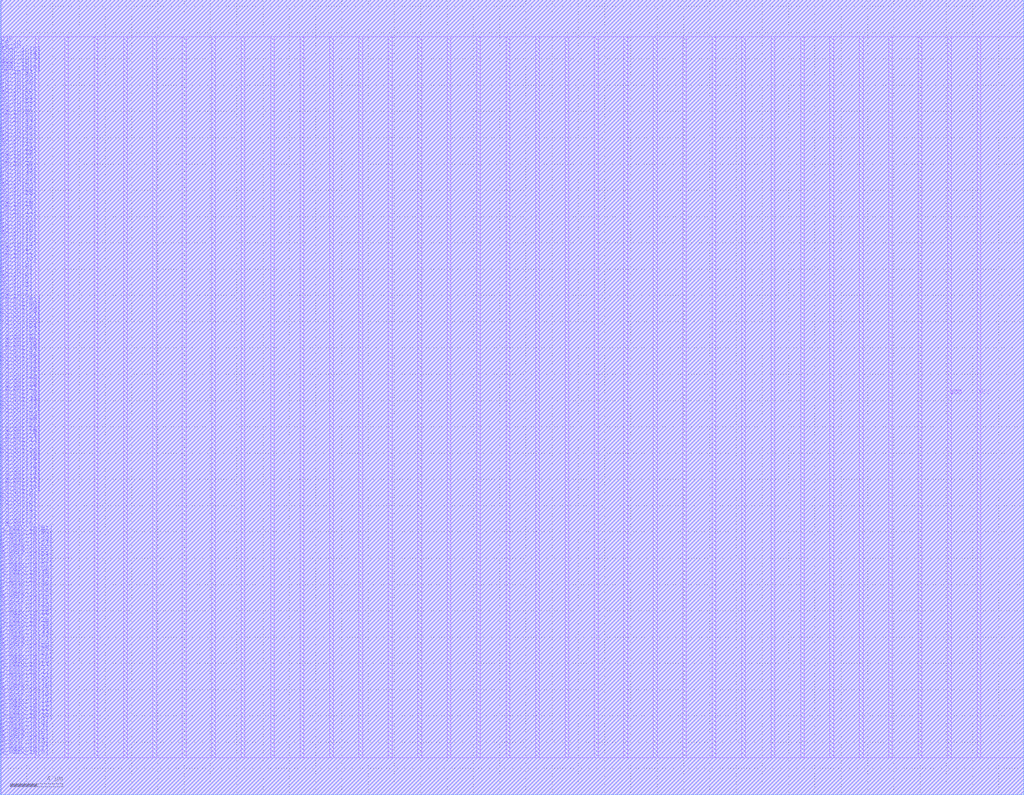
<source format=lef>
VERSION 5.7 ;
BUSBITCHARS "[]" ;
MACRO fakeram45_64x62_upper
  FOREIGN fakeram45_64x62_upper 0 0 ;
  SYMMETRY X Y R90 ;
  SIZE 77.900 BY 60.500 ;
  CLASS BLOCK ;
  PIN w_mask_in[0]
    DIRECTION INPUT ;
    USE SIGNAL ;
    SHAPE ABUTMENT ;
    PORT
      LAYER metal18 ;
      RECT 0.000 2.800 0.070 2.870 ;
    END
  END w_mask_in[0]
  PIN w_mask_in[1]
    DIRECTION INPUT ;
    USE SIGNAL ;
    SHAPE ABUTMENT ;
    PORT
      LAYER metal18 ;
      RECT 0.000 3.080 0.070 3.150 ;
    END
  END w_mask_in[1]
  PIN w_mask_in[2]
    DIRECTION INPUT ;
    USE SIGNAL ;
    SHAPE ABUTMENT ;
    PORT
      LAYER metal18 ;
      RECT 0.000 3.360 0.070 3.430 ;
    END
  END w_mask_in[2]
  PIN w_mask_in[3]
    DIRECTION INPUT ;
    USE SIGNAL ;
    SHAPE ABUTMENT ;
    PORT
      LAYER metal18 ;
      RECT 0.000 3.640 0.070 3.710 ;
    END
  END w_mask_in[3]
  PIN w_mask_in[4]
    DIRECTION INPUT ;
    USE SIGNAL ;
    SHAPE ABUTMENT ;
    PORT
      LAYER metal18 ;
      RECT 0.000 3.920 0.070 3.990 ;
    END
  END w_mask_in[4]
  PIN w_mask_in[5]
    DIRECTION INPUT ;
    USE SIGNAL ;
    SHAPE ABUTMENT ;
    PORT
      LAYER metal18 ;
      RECT 0.000 4.200 0.070 4.270 ;
    END
  END w_mask_in[5]
  PIN w_mask_in[6]
    DIRECTION INPUT ;
    USE SIGNAL ;
    SHAPE ABUTMENT ;
    PORT
      LAYER metal18 ;
      RECT 0.000 4.480 0.070 4.550 ;
    END
  END w_mask_in[6]
  PIN w_mask_in[7]
    DIRECTION INPUT ;
    USE SIGNAL ;
    SHAPE ABUTMENT ;
    PORT
      LAYER metal18 ;
      RECT 0.000 4.760 0.070 4.830 ;
    END
  END w_mask_in[7]
  PIN w_mask_in[8]
    DIRECTION INPUT ;
    USE SIGNAL ;
    SHAPE ABUTMENT ;
    PORT
      LAYER metal18 ;
      RECT 0.000 5.040 0.070 5.110 ;
    END
  END w_mask_in[8]
  PIN w_mask_in[9]
    DIRECTION INPUT ;
    USE SIGNAL ;
    SHAPE ABUTMENT ;
    PORT
      LAYER metal18 ;
      RECT 0.000 5.320 0.070 5.390 ;
    END
  END w_mask_in[9]
  PIN w_mask_in[10]
    DIRECTION INPUT ;
    USE SIGNAL ;
    SHAPE ABUTMENT ;
    PORT
      LAYER metal18 ;
      RECT 0.000 5.600 0.070 5.670 ;
    END
  END w_mask_in[10]
  PIN w_mask_in[11]
    DIRECTION INPUT ;
    USE SIGNAL ;
    SHAPE ABUTMENT ;
    PORT
      LAYER metal18 ;
      RECT 0.000 5.880 0.070 5.950 ;
    END
  END w_mask_in[11]
  PIN w_mask_in[12]
    DIRECTION INPUT ;
    USE SIGNAL ;
    SHAPE ABUTMENT ;
    PORT
      LAYER metal18 ;
      RECT 0.000 6.160 0.070 6.230 ;
    END
  END w_mask_in[12]
  PIN w_mask_in[13]
    DIRECTION INPUT ;
    USE SIGNAL ;
    SHAPE ABUTMENT ;
    PORT
      LAYER metal18 ;
      RECT 0.000 6.440 0.070 6.510 ;
    END
  END w_mask_in[13]
  PIN w_mask_in[14]
    DIRECTION INPUT ;
    USE SIGNAL ;
    SHAPE ABUTMENT ;
    PORT
      LAYER metal18 ;
      RECT 0.000 6.720 0.070 6.790 ;
    END
  END w_mask_in[14]
  PIN w_mask_in[15]
    DIRECTION INPUT ;
    USE SIGNAL ;
    SHAPE ABUTMENT ;
    PORT
      LAYER metal18 ;
      RECT 0.000 7.000 0.070 7.070 ;
    END
  END w_mask_in[15]
  PIN w_mask_in[16]
    DIRECTION INPUT ;
    USE SIGNAL ;
    SHAPE ABUTMENT ;
    PORT
      LAYER metal18 ;
      RECT 0.000 7.280 0.070 7.350 ;
    END
  END w_mask_in[16]
  PIN w_mask_in[17]
    DIRECTION INPUT ;
    USE SIGNAL ;
    SHAPE ABUTMENT ;
    PORT
      LAYER metal18 ;
      RECT 0.000 7.560 0.070 7.630 ;
    END
  END w_mask_in[17]
  PIN w_mask_in[18]
    DIRECTION INPUT ;
    USE SIGNAL ;
    SHAPE ABUTMENT ;
    PORT
      LAYER metal18 ;
      RECT 0.000 7.840 0.070 7.910 ;
    END
  END w_mask_in[18]
  PIN w_mask_in[19]
    DIRECTION INPUT ;
    USE SIGNAL ;
    SHAPE ABUTMENT ;
    PORT
      LAYER metal18 ;
      RECT 0.000 8.120 0.070 8.190 ;
    END
  END w_mask_in[19]
  PIN w_mask_in[20]
    DIRECTION INPUT ;
    USE SIGNAL ;
    SHAPE ABUTMENT ;
    PORT
      LAYER metal18 ;
      RECT 0.000 8.400 0.070 8.470 ;
    END
  END w_mask_in[20]
  PIN w_mask_in[21]
    DIRECTION INPUT ;
    USE SIGNAL ;
    SHAPE ABUTMENT ;
    PORT
      LAYER metal18 ;
      RECT 0.000 8.680 0.070 8.750 ;
    END
  END w_mask_in[21]
  PIN w_mask_in[22]
    DIRECTION INPUT ;
    USE SIGNAL ;
    SHAPE ABUTMENT ;
    PORT
      LAYER metal18 ;
      RECT 0.000 8.960 0.070 9.030 ;
    END
  END w_mask_in[22]
  PIN w_mask_in[23]
    DIRECTION INPUT ;
    USE SIGNAL ;
    SHAPE ABUTMENT ;
    PORT
      LAYER metal18 ;
      RECT 0.000 9.240 0.070 9.310 ;
    END
  END w_mask_in[23]
  PIN w_mask_in[24]
    DIRECTION INPUT ;
    USE SIGNAL ;
    SHAPE ABUTMENT ;
    PORT
      LAYER metal18 ;
      RECT 0.000 9.520 0.070 9.590 ;
    END
  END w_mask_in[24]
  PIN w_mask_in[25]
    DIRECTION INPUT ;
    USE SIGNAL ;
    SHAPE ABUTMENT ;
    PORT
      LAYER metal18 ;
      RECT 0.000 9.800 0.070 9.870 ;
    END
  END w_mask_in[25]
  PIN w_mask_in[26]
    DIRECTION INPUT ;
    USE SIGNAL ;
    SHAPE ABUTMENT ;
    PORT
      LAYER metal18 ;
      RECT 0.000 10.080 0.070 10.150 ;
    END
  END w_mask_in[26]
  PIN w_mask_in[27]
    DIRECTION INPUT ;
    USE SIGNAL ;
    SHAPE ABUTMENT ;
    PORT
      LAYER metal18 ;
      RECT 0.000 10.360 0.070 10.430 ;
    END
  END w_mask_in[27]
  PIN w_mask_in[28]
    DIRECTION INPUT ;
    USE SIGNAL ;
    SHAPE ABUTMENT ;
    PORT
      LAYER metal18 ;
      RECT 0.000 10.640 0.070 10.710 ;
    END
  END w_mask_in[28]
  PIN w_mask_in[29]
    DIRECTION INPUT ;
    USE SIGNAL ;
    SHAPE ABUTMENT ;
    PORT
      LAYER metal18 ;
      RECT 0.000 10.920 0.070 10.990 ;
    END
  END w_mask_in[29]
  PIN w_mask_in[30]
    DIRECTION INPUT ;
    USE SIGNAL ;
    SHAPE ABUTMENT ;
    PORT
      LAYER metal18 ;
      RECT 0.000 11.200 0.070 11.270 ;
    END
  END w_mask_in[30]
  PIN w_mask_in[31]
    DIRECTION INPUT ;
    USE SIGNAL ;
    SHAPE ABUTMENT ;
    PORT
      LAYER metal18 ;
      RECT 0.000 11.480 0.070 11.550 ;
    END
  END w_mask_in[31]
  PIN w_mask_in[32]
    DIRECTION INPUT ;
    USE SIGNAL ;
    SHAPE ABUTMENT ;
    PORT
      LAYER metal18 ;
      RECT 0.000 11.760 0.070 11.830 ;
    END
  END w_mask_in[32]
  PIN w_mask_in[33]
    DIRECTION INPUT ;
    USE SIGNAL ;
    SHAPE ABUTMENT ;
    PORT
      LAYER metal18 ;
      RECT 0.000 12.040 0.070 12.110 ;
    END
  END w_mask_in[33]
  PIN w_mask_in[34]
    DIRECTION INPUT ;
    USE SIGNAL ;
    SHAPE ABUTMENT ;
    PORT
      LAYER metal18 ;
      RECT 0.000 12.320 0.070 12.390 ;
    END
  END w_mask_in[34]
  PIN w_mask_in[35]
    DIRECTION INPUT ;
    USE SIGNAL ;
    SHAPE ABUTMENT ;
    PORT
      LAYER metal18 ;
      RECT 0.000 12.600 0.070 12.670 ;
    END
  END w_mask_in[35]
  PIN w_mask_in[36]
    DIRECTION INPUT ;
    USE SIGNAL ;
    SHAPE ABUTMENT ;
    PORT
      LAYER metal18 ;
      RECT 0.000 12.880 0.070 12.950 ;
    END
  END w_mask_in[36]
  PIN w_mask_in[37]
    DIRECTION INPUT ;
    USE SIGNAL ;
    SHAPE ABUTMENT ;
    PORT
      LAYER metal18 ;
      RECT 0.000 13.160 0.070 13.230 ;
    END
  END w_mask_in[37]
  PIN w_mask_in[38]
    DIRECTION INPUT ;
    USE SIGNAL ;
    SHAPE ABUTMENT ;
    PORT
      LAYER metal18 ;
      RECT 0.000 13.440 0.070 13.510 ;
    END
  END w_mask_in[38]
  PIN w_mask_in[39]
    DIRECTION INPUT ;
    USE SIGNAL ;
    SHAPE ABUTMENT ;
    PORT
      LAYER metal18 ;
      RECT 0.000 13.720 0.070 13.790 ;
    END
  END w_mask_in[39]
  PIN w_mask_in[40]
    DIRECTION INPUT ;
    USE SIGNAL ;
    SHAPE ABUTMENT ;
    PORT
      LAYER metal18 ;
      RECT 0.000 14.000 0.070 14.070 ;
    END
  END w_mask_in[40]
  PIN w_mask_in[41]
    DIRECTION INPUT ;
    USE SIGNAL ;
    SHAPE ABUTMENT ;
    PORT
      LAYER metal18 ;
      RECT 0.000 14.280 0.070 14.350 ;
    END
  END w_mask_in[41]
  PIN w_mask_in[42]
    DIRECTION INPUT ;
    USE SIGNAL ;
    SHAPE ABUTMENT ;
    PORT
      LAYER metal18 ;
      RECT 0.000 14.560 0.070 14.630 ;
    END
  END w_mask_in[42]
  PIN w_mask_in[43]
    DIRECTION INPUT ;
    USE SIGNAL ;
    SHAPE ABUTMENT ;
    PORT
      LAYER metal18 ;
      RECT 0.000 14.840 0.070 14.910 ;
    END
  END w_mask_in[43]
  PIN w_mask_in[44]
    DIRECTION INPUT ;
    USE SIGNAL ;
    SHAPE ABUTMENT ;
    PORT
      LAYER metal18 ;
      RECT 0.000 15.120 0.070 15.190 ;
    END
  END w_mask_in[44]
  PIN w_mask_in[45]
    DIRECTION INPUT ;
    USE SIGNAL ;
    SHAPE ABUTMENT ;
    PORT
      LAYER metal18 ;
      RECT 0.000 15.400 0.070 15.470 ;
    END
  END w_mask_in[45]
  PIN w_mask_in[46]
    DIRECTION INPUT ;
    USE SIGNAL ;
    SHAPE ABUTMENT ;
    PORT
      LAYER metal18 ;
      RECT 0.000 15.680 0.070 15.750 ;
    END
  END w_mask_in[46]
  PIN w_mask_in[47]
    DIRECTION INPUT ;
    USE SIGNAL ;
    SHAPE ABUTMENT ;
    PORT
      LAYER metal18 ;
      RECT 0.000 15.960 0.070 16.030 ;
    END
  END w_mask_in[47]
  PIN w_mask_in[48]
    DIRECTION INPUT ;
    USE SIGNAL ;
    SHAPE ABUTMENT ;
    PORT
      LAYER metal18 ;
      RECT 0.000 16.240 0.070 16.310 ;
    END
  END w_mask_in[48]
  PIN w_mask_in[49]
    DIRECTION INPUT ;
    USE SIGNAL ;
    SHAPE ABUTMENT ;
    PORT
      LAYER metal18 ;
      RECT 0.000 16.520 0.070 16.590 ;
    END
  END w_mask_in[49]
  PIN w_mask_in[50]
    DIRECTION INPUT ;
    USE SIGNAL ;
    SHAPE ABUTMENT ;
    PORT
      LAYER metal18 ;
      RECT 0.000 16.800 0.070 16.870 ;
    END
  END w_mask_in[50]
  PIN w_mask_in[51]
    DIRECTION INPUT ;
    USE SIGNAL ;
    SHAPE ABUTMENT ;
    PORT
      LAYER metal18 ;
      RECT 0.000 17.080 0.070 17.150 ;
    END
  END w_mask_in[51]
  PIN w_mask_in[52]
    DIRECTION INPUT ;
    USE SIGNAL ;
    SHAPE ABUTMENT ;
    PORT
      LAYER metal18 ;
      RECT 0.000 17.360 0.070 17.430 ;
    END
  END w_mask_in[52]
  PIN w_mask_in[53]
    DIRECTION INPUT ;
    USE SIGNAL ;
    SHAPE ABUTMENT ;
    PORT
      LAYER metal18 ;
      RECT 0.000 17.640 0.070 17.710 ;
    END
  END w_mask_in[53]
  PIN w_mask_in[54]
    DIRECTION INPUT ;
    USE SIGNAL ;
    SHAPE ABUTMENT ;
    PORT
      LAYER metal18 ;
      RECT 0.000 17.920 0.070 17.990 ;
    END
  END w_mask_in[54]
  PIN w_mask_in[55]
    DIRECTION INPUT ;
    USE SIGNAL ;
    SHAPE ABUTMENT ;
    PORT
      LAYER metal18 ;
      RECT 0.000 18.200 0.070 18.270 ;
    END
  END w_mask_in[55]
  PIN w_mask_in[56]
    DIRECTION INPUT ;
    USE SIGNAL ;
    SHAPE ABUTMENT ;
    PORT
      LAYER metal18 ;
      RECT 0.000 18.480 0.070 18.550 ;
    END
  END w_mask_in[56]
  PIN w_mask_in[57]
    DIRECTION INPUT ;
    USE SIGNAL ;
    SHAPE ABUTMENT ;
    PORT
      LAYER metal18 ;
      RECT 0.000 18.760 0.070 18.830 ;
    END
  END w_mask_in[57]
  PIN w_mask_in[58]
    DIRECTION INPUT ;
    USE SIGNAL ;
    SHAPE ABUTMENT ;
    PORT
      LAYER metal18 ;
      RECT 0.000 19.040 0.070 19.110 ;
    END
  END w_mask_in[58]
  PIN w_mask_in[59]
    DIRECTION INPUT ;
    USE SIGNAL ;
    SHAPE ABUTMENT ;
    PORT
      LAYER metal18 ;
      RECT 0.000 19.320 0.070 19.390 ;
    END
  END w_mask_in[59]
  PIN w_mask_in[60]
    DIRECTION INPUT ;
    USE SIGNAL ;
    SHAPE ABUTMENT ;
    PORT
      LAYER metal18 ;
      RECT 0.000 19.600 0.070 19.670 ;
    END
  END w_mask_in[60]
  PIN w_mask_in[61]
    DIRECTION INPUT ;
    USE SIGNAL ;
    SHAPE ABUTMENT ;
    PORT
      LAYER metal18 ;
      RECT 0.000 19.880 0.070 19.950 ;
    END
  END w_mask_in[61]
  PIN rd_out[0]
    DIRECTION OUTPUT ;
    USE SIGNAL ;
    SHAPE ABUTMENT ;
    PORT
      LAYER metal18 ;
      RECT 0.000 20.160 0.070 20.230 ;
    END
  END rd_out[0]
  PIN rd_out[1]
    DIRECTION OUTPUT ;
    USE SIGNAL ;
    SHAPE ABUTMENT ;
    PORT
      LAYER metal18 ;
      RECT 0.000 20.440 0.070 20.510 ;
    END
  END rd_out[1]
  PIN rd_out[2]
    DIRECTION OUTPUT ;
    USE SIGNAL ;
    SHAPE ABUTMENT ;
    PORT
      LAYER metal18 ;
      RECT 0.000 20.720 0.070 20.790 ;
    END
  END rd_out[2]
  PIN rd_out[3]
    DIRECTION OUTPUT ;
    USE SIGNAL ;
    SHAPE ABUTMENT ;
    PORT
      LAYER metal18 ;
      RECT 0.000 21.000 0.070 21.070 ;
    END
  END rd_out[3]
  PIN rd_out[4]
    DIRECTION OUTPUT ;
    USE SIGNAL ;
    SHAPE ABUTMENT ;
    PORT
      LAYER metal18 ;
      RECT 0.000 21.280 0.070 21.350 ;
    END
  END rd_out[4]
  PIN rd_out[5]
    DIRECTION OUTPUT ;
    USE SIGNAL ;
    SHAPE ABUTMENT ;
    PORT
      LAYER metal18 ;
      RECT 0.000 21.560 0.070 21.630 ;
    END
  END rd_out[5]
  PIN rd_out[6]
    DIRECTION OUTPUT ;
    USE SIGNAL ;
    SHAPE ABUTMENT ;
    PORT
      LAYER metal18 ;
      RECT 0.000 21.840 0.070 21.910 ;
    END
  END rd_out[6]
  PIN rd_out[7]
    DIRECTION OUTPUT ;
    USE SIGNAL ;
    SHAPE ABUTMENT ;
    PORT
      LAYER metal18 ;
      RECT 0.000 22.120 0.070 22.190 ;
    END
  END rd_out[7]
  PIN rd_out[8]
    DIRECTION OUTPUT ;
    USE SIGNAL ;
    SHAPE ABUTMENT ;
    PORT
      LAYER metal18 ;
      RECT 0.000 22.400 0.070 22.470 ;
    END
  END rd_out[8]
  PIN rd_out[9]
    DIRECTION OUTPUT ;
    USE SIGNAL ;
    SHAPE ABUTMENT ;
    PORT
      LAYER metal18 ;
      RECT 0.000 22.680 0.070 22.750 ;
    END
  END rd_out[9]
  PIN rd_out[10]
    DIRECTION OUTPUT ;
    USE SIGNAL ;
    SHAPE ABUTMENT ;
    PORT
      LAYER metal18 ;
      RECT 0.000 22.960 0.070 23.030 ;
    END
  END rd_out[10]
  PIN rd_out[11]
    DIRECTION OUTPUT ;
    USE SIGNAL ;
    SHAPE ABUTMENT ;
    PORT
      LAYER metal18 ;
      RECT 0.000 23.240 0.070 23.310 ;
    END
  END rd_out[11]
  PIN rd_out[12]
    DIRECTION OUTPUT ;
    USE SIGNAL ;
    SHAPE ABUTMENT ;
    PORT
      LAYER metal18 ;
      RECT 0.000 23.520 0.070 23.590 ;
    END
  END rd_out[12]
  PIN rd_out[13]
    DIRECTION OUTPUT ;
    USE SIGNAL ;
    SHAPE ABUTMENT ;
    PORT
      LAYER metal18 ;
      RECT 0.000 23.800 0.070 23.870 ;
    END
  END rd_out[13]
  PIN rd_out[14]
    DIRECTION OUTPUT ;
    USE SIGNAL ;
    SHAPE ABUTMENT ;
    PORT
      LAYER metal18 ;
      RECT 0.000 24.080 0.070 24.150 ;
    END
  END rd_out[14]
  PIN rd_out[15]
    DIRECTION OUTPUT ;
    USE SIGNAL ;
    SHAPE ABUTMENT ;
    PORT
      LAYER metal18 ;
      RECT 0.000 24.360 0.070 24.430 ;
    END
  END rd_out[15]
  PIN rd_out[16]
    DIRECTION OUTPUT ;
    USE SIGNAL ;
    SHAPE ABUTMENT ;
    PORT
      LAYER metal18 ;
      RECT 0.000 24.640 0.070 24.710 ;
    END
  END rd_out[16]
  PIN rd_out[17]
    DIRECTION OUTPUT ;
    USE SIGNAL ;
    SHAPE ABUTMENT ;
    PORT
      LAYER metal18 ;
      RECT 0.000 24.920 0.070 24.990 ;
    END
  END rd_out[17]
  PIN rd_out[18]
    DIRECTION OUTPUT ;
    USE SIGNAL ;
    SHAPE ABUTMENT ;
    PORT
      LAYER metal18 ;
      RECT 0.000 25.200 0.070 25.270 ;
    END
  END rd_out[18]
  PIN rd_out[19]
    DIRECTION OUTPUT ;
    USE SIGNAL ;
    SHAPE ABUTMENT ;
    PORT
      LAYER metal18 ;
      RECT 0.000 25.480 0.070 25.550 ;
    END
  END rd_out[19]
  PIN rd_out[20]
    DIRECTION OUTPUT ;
    USE SIGNAL ;
    SHAPE ABUTMENT ;
    PORT
      LAYER metal18 ;
      RECT 0.000 25.760 0.070 25.830 ;
    END
  END rd_out[20]
  PIN rd_out[21]
    DIRECTION OUTPUT ;
    USE SIGNAL ;
    SHAPE ABUTMENT ;
    PORT
      LAYER metal18 ;
      RECT 0.000 26.040 0.070 26.110 ;
    END
  END rd_out[21]
  PIN rd_out[22]
    DIRECTION OUTPUT ;
    USE SIGNAL ;
    SHAPE ABUTMENT ;
    PORT
      LAYER metal18 ;
      RECT 0.000 26.320 0.070 26.390 ;
    END
  END rd_out[22]
  PIN rd_out[23]
    DIRECTION OUTPUT ;
    USE SIGNAL ;
    SHAPE ABUTMENT ;
    PORT
      LAYER metal18 ;
      RECT 0.000 26.600 0.070 26.670 ;
    END
  END rd_out[23]
  PIN rd_out[24]
    DIRECTION OUTPUT ;
    USE SIGNAL ;
    SHAPE ABUTMENT ;
    PORT
      LAYER metal18 ;
      RECT 0.000 26.880 0.070 26.950 ;
    END
  END rd_out[24]
  PIN rd_out[25]
    DIRECTION OUTPUT ;
    USE SIGNAL ;
    SHAPE ABUTMENT ;
    PORT
      LAYER metal18 ;
      RECT 0.000 27.160 0.070 27.230 ;
    END
  END rd_out[25]
  PIN rd_out[26]
    DIRECTION OUTPUT ;
    USE SIGNAL ;
    SHAPE ABUTMENT ;
    PORT
      LAYER metal18 ;
      RECT 0.000 27.440 0.070 27.510 ;
    END
  END rd_out[26]
  PIN rd_out[27]
    DIRECTION OUTPUT ;
    USE SIGNAL ;
    SHAPE ABUTMENT ;
    PORT
      LAYER metal18 ;
      RECT 0.000 27.720 0.070 27.790 ;
    END
  END rd_out[27]
  PIN rd_out[28]
    DIRECTION OUTPUT ;
    USE SIGNAL ;
    SHAPE ABUTMENT ;
    PORT
      LAYER metal18 ;
      RECT 0.000 28.000 0.070 28.070 ;
    END
  END rd_out[28]
  PIN rd_out[29]
    DIRECTION OUTPUT ;
    USE SIGNAL ;
    SHAPE ABUTMENT ;
    PORT
      LAYER metal18 ;
      RECT 0.000 28.280 0.070 28.350 ;
    END
  END rd_out[29]
  PIN rd_out[30]
    DIRECTION OUTPUT ;
    USE SIGNAL ;
    SHAPE ABUTMENT ;
    PORT
      LAYER metal18 ;
      RECT 0.000 28.560 0.070 28.630 ;
    END
  END rd_out[30]
  PIN rd_out[31]
    DIRECTION OUTPUT ;
    USE SIGNAL ;
    SHAPE ABUTMENT ;
    PORT
      LAYER metal18 ;
      RECT 0.000 28.840 0.070 28.910 ;
    END
  END rd_out[31]
  PIN rd_out[32]
    DIRECTION OUTPUT ;
    USE SIGNAL ;
    SHAPE ABUTMENT ;
    PORT
      LAYER metal18 ;
      RECT 0.000 29.120 0.070 29.190 ;
    END
  END rd_out[32]
  PIN rd_out[33]
    DIRECTION OUTPUT ;
    USE SIGNAL ;
    SHAPE ABUTMENT ;
    PORT
      LAYER metal18 ;
      RECT 0.000 29.400 0.070 29.470 ;
    END
  END rd_out[33]
  PIN rd_out[34]
    DIRECTION OUTPUT ;
    USE SIGNAL ;
    SHAPE ABUTMENT ;
    PORT
      LAYER metal18 ;
      RECT 0.000 29.680 0.070 29.750 ;
    END
  END rd_out[34]
  PIN rd_out[35]
    DIRECTION OUTPUT ;
    USE SIGNAL ;
    SHAPE ABUTMENT ;
    PORT
      LAYER metal18 ;
      RECT 0.000 29.960 0.070 30.030 ;
    END
  END rd_out[35]
  PIN rd_out[36]
    DIRECTION OUTPUT ;
    USE SIGNAL ;
    SHAPE ABUTMENT ;
    PORT
      LAYER metal18 ;
      RECT 0.000 30.240 0.070 30.310 ;
    END
  END rd_out[36]
  PIN rd_out[37]
    DIRECTION OUTPUT ;
    USE SIGNAL ;
    SHAPE ABUTMENT ;
    PORT
      LAYER metal18 ;
      RECT 0.000 30.520 0.070 30.590 ;
    END
  END rd_out[37]
  PIN rd_out[38]
    DIRECTION OUTPUT ;
    USE SIGNAL ;
    SHAPE ABUTMENT ;
    PORT
      LAYER metal18 ;
      RECT 0.000 30.800 0.070 30.870 ;
    END
  END rd_out[38]
  PIN rd_out[39]
    DIRECTION OUTPUT ;
    USE SIGNAL ;
    SHAPE ABUTMENT ;
    PORT
      LAYER metal18 ;
      RECT 0.000 31.080 0.070 31.150 ;
    END
  END rd_out[39]
  PIN rd_out[40]
    DIRECTION OUTPUT ;
    USE SIGNAL ;
    SHAPE ABUTMENT ;
    PORT
      LAYER metal18 ;
      RECT 0.000 31.360 0.070 31.430 ;
    END
  END rd_out[40]
  PIN rd_out[41]
    DIRECTION OUTPUT ;
    USE SIGNAL ;
    SHAPE ABUTMENT ;
    PORT
      LAYER metal18 ;
      RECT 0.000 31.640 0.070 31.710 ;
    END
  END rd_out[41]
  PIN rd_out[42]
    DIRECTION OUTPUT ;
    USE SIGNAL ;
    SHAPE ABUTMENT ;
    PORT
      LAYER metal18 ;
      RECT 0.000 31.920 0.070 31.990 ;
    END
  END rd_out[42]
  PIN rd_out[43]
    DIRECTION OUTPUT ;
    USE SIGNAL ;
    SHAPE ABUTMENT ;
    PORT
      LAYER metal18 ;
      RECT 0.000 32.200 0.070 32.270 ;
    END
  END rd_out[43]
  PIN rd_out[44]
    DIRECTION OUTPUT ;
    USE SIGNAL ;
    SHAPE ABUTMENT ;
    PORT
      LAYER metal18 ;
      RECT 0.000 32.480 0.070 32.550 ;
    END
  END rd_out[44]
  PIN rd_out[45]
    DIRECTION OUTPUT ;
    USE SIGNAL ;
    SHAPE ABUTMENT ;
    PORT
      LAYER metal18 ;
      RECT 0.000 32.760 0.070 32.830 ;
    END
  END rd_out[45]
  PIN rd_out[46]
    DIRECTION OUTPUT ;
    USE SIGNAL ;
    SHAPE ABUTMENT ;
    PORT
      LAYER metal18 ;
      RECT 0.000 33.040 0.070 33.110 ;
    END
  END rd_out[46]
  PIN rd_out[47]
    DIRECTION OUTPUT ;
    USE SIGNAL ;
    SHAPE ABUTMENT ;
    PORT
      LAYER metal18 ;
      RECT 0.000 33.320 0.070 33.390 ;
    END
  END rd_out[47]
  PIN rd_out[48]
    DIRECTION OUTPUT ;
    USE SIGNAL ;
    SHAPE ABUTMENT ;
    PORT
      LAYER metal18 ;
      RECT 0.000 33.600 0.070 33.670 ;
    END
  END rd_out[48]
  PIN rd_out[49]
    DIRECTION OUTPUT ;
    USE SIGNAL ;
    SHAPE ABUTMENT ;
    PORT
      LAYER metal18 ;
      RECT 0.000 33.880 0.070 33.950 ;
    END
  END rd_out[49]
  PIN rd_out[50]
    DIRECTION OUTPUT ;
    USE SIGNAL ;
    SHAPE ABUTMENT ;
    PORT
      LAYER metal18 ;
      RECT 0.000 34.160 0.070 34.230 ;
    END
  END rd_out[50]
  PIN rd_out[51]
    DIRECTION OUTPUT ;
    USE SIGNAL ;
    SHAPE ABUTMENT ;
    PORT
      LAYER metal18 ;
      RECT 0.000 34.440 0.070 34.510 ;
    END
  END rd_out[51]
  PIN rd_out[52]
    DIRECTION OUTPUT ;
    USE SIGNAL ;
    SHAPE ABUTMENT ;
    PORT
      LAYER metal18 ;
      RECT 0.000 34.720 0.070 34.790 ;
    END
  END rd_out[52]
  PIN rd_out[53]
    DIRECTION OUTPUT ;
    USE SIGNAL ;
    SHAPE ABUTMENT ;
    PORT
      LAYER metal18 ;
      RECT 0.000 35.000 0.070 35.070 ;
    END
  END rd_out[53]
  PIN rd_out[54]
    DIRECTION OUTPUT ;
    USE SIGNAL ;
    SHAPE ABUTMENT ;
    PORT
      LAYER metal18 ;
      RECT 0.000 35.280 0.070 35.350 ;
    END
  END rd_out[54]
  PIN rd_out[55]
    DIRECTION OUTPUT ;
    USE SIGNAL ;
    SHAPE ABUTMENT ;
    PORT
      LAYER metal18 ;
      RECT 0.000 35.560 0.070 35.630 ;
    END
  END rd_out[55]
  PIN rd_out[56]
    DIRECTION OUTPUT ;
    USE SIGNAL ;
    SHAPE ABUTMENT ;
    PORT
      LAYER metal18 ;
      RECT 0.000 35.840 0.070 35.910 ;
    END
  END rd_out[56]
  PIN rd_out[57]
    DIRECTION OUTPUT ;
    USE SIGNAL ;
    SHAPE ABUTMENT ;
    PORT
      LAYER metal18 ;
      RECT 0.000 36.120 0.070 36.190 ;
    END
  END rd_out[57]
  PIN rd_out[58]
    DIRECTION OUTPUT ;
    USE SIGNAL ;
    SHAPE ABUTMENT ;
    PORT
      LAYER metal18 ;
      RECT 0.000 36.400 0.070 36.470 ;
    END
  END rd_out[58]
  PIN rd_out[59]
    DIRECTION OUTPUT ;
    USE SIGNAL ;
    SHAPE ABUTMENT ;
    PORT
      LAYER metal18 ;
      RECT 0.000 36.680 0.070 36.750 ;
    END
  END rd_out[59]
  PIN rd_out[60]
    DIRECTION OUTPUT ;
    USE SIGNAL ;
    SHAPE ABUTMENT ;
    PORT
      LAYER metal18 ;
      RECT 0.000 36.960 0.070 37.030 ;
    END
  END rd_out[60]
  PIN rd_out[61]
    DIRECTION OUTPUT ;
    USE SIGNAL ;
    SHAPE ABUTMENT ;
    PORT
      LAYER metal18 ;
      RECT 0.000 37.240 0.070 37.310 ;
    END
  END rd_out[61]
  PIN wd_in[0]
    DIRECTION INPUT ;
    USE SIGNAL ;
    SHAPE ABUTMENT ;
    PORT
      LAYER metal18 ;
      RECT 0.000 37.520 0.070 37.590 ;
    END
  END wd_in[0]
  PIN wd_in[1]
    DIRECTION INPUT ;
    USE SIGNAL ;
    SHAPE ABUTMENT ;
    PORT
      LAYER metal18 ;
      RECT 0.000 37.800 0.070 37.870 ;
    END
  END wd_in[1]
  PIN wd_in[2]
    DIRECTION INPUT ;
    USE SIGNAL ;
    SHAPE ABUTMENT ;
    PORT
      LAYER metal18 ;
      RECT 0.000 38.080 0.070 38.150 ;
    END
  END wd_in[2]
  PIN wd_in[3]
    DIRECTION INPUT ;
    USE SIGNAL ;
    SHAPE ABUTMENT ;
    PORT
      LAYER metal18 ;
      RECT 0.000 38.360 0.070 38.430 ;
    END
  END wd_in[3]
  PIN wd_in[4]
    DIRECTION INPUT ;
    USE SIGNAL ;
    SHAPE ABUTMENT ;
    PORT
      LAYER metal18 ;
      RECT 0.000 38.640 0.070 38.710 ;
    END
  END wd_in[4]
  PIN wd_in[5]
    DIRECTION INPUT ;
    USE SIGNAL ;
    SHAPE ABUTMENT ;
    PORT
      LAYER metal18 ;
      RECT 0.000 38.920 0.070 38.990 ;
    END
  END wd_in[5]
  PIN wd_in[6]
    DIRECTION INPUT ;
    USE SIGNAL ;
    SHAPE ABUTMENT ;
    PORT
      LAYER metal18 ;
      RECT 0.000 39.200 0.070 39.270 ;
    END
  END wd_in[6]
  PIN wd_in[7]
    DIRECTION INPUT ;
    USE SIGNAL ;
    SHAPE ABUTMENT ;
    PORT
      LAYER metal18 ;
      RECT 0.000 39.480 0.070 39.550 ;
    END
  END wd_in[7]
  PIN wd_in[8]
    DIRECTION INPUT ;
    USE SIGNAL ;
    SHAPE ABUTMENT ;
    PORT
      LAYER metal18 ;
      RECT 0.000 39.760 0.070 39.830 ;
    END
  END wd_in[8]
  PIN wd_in[9]
    DIRECTION INPUT ;
    USE SIGNAL ;
    SHAPE ABUTMENT ;
    PORT
      LAYER metal18 ;
      RECT 0.000 40.040 0.070 40.110 ;
    END
  END wd_in[9]
  PIN wd_in[10]
    DIRECTION INPUT ;
    USE SIGNAL ;
    SHAPE ABUTMENT ;
    PORT
      LAYER metal18 ;
      RECT 0.000 40.320 0.070 40.390 ;
    END
  END wd_in[10]
  PIN wd_in[11]
    DIRECTION INPUT ;
    USE SIGNAL ;
    SHAPE ABUTMENT ;
    PORT
      LAYER metal18 ;
      RECT 0.000 40.600 0.070 40.670 ;
    END
  END wd_in[11]
  PIN wd_in[12]
    DIRECTION INPUT ;
    USE SIGNAL ;
    SHAPE ABUTMENT ;
    PORT
      LAYER metal18 ;
      RECT 0.000 40.880 0.070 40.950 ;
    END
  END wd_in[12]
  PIN wd_in[13]
    DIRECTION INPUT ;
    USE SIGNAL ;
    SHAPE ABUTMENT ;
    PORT
      LAYER metal18 ;
      RECT 0.000 41.160 0.070 41.230 ;
    END
  END wd_in[13]
  PIN wd_in[14]
    DIRECTION INPUT ;
    USE SIGNAL ;
    SHAPE ABUTMENT ;
    PORT
      LAYER metal18 ;
      RECT 0.000 41.440 0.070 41.510 ;
    END
  END wd_in[14]
  PIN wd_in[15]
    DIRECTION INPUT ;
    USE SIGNAL ;
    SHAPE ABUTMENT ;
    PORT
      LAYER metal18 ;
      RECT 0.000 41.720 0.070 41.790 ;
    END
  END wd_in[15]
  PIN wd_in[16]
    DIRECTION INPUT ;
    USE SIGNAL ;
    SHAPE ABUTMENT ;
    PORT
      LAYER metal18 ;
      RECT 0.000 42.000 0.070 42.070 ;
    END
  END wd_in[16]
  PIN wd_in[17]
    DIRECTION INPUT ;
    USE SIGNAL ;
    SHAPE ABUTMENT ;
    PORT
      LAYER metal18 ;
      RECT 0.000 42.280 0.070 42.350 ;
    END
  END wd_in[17]
  PIN wd_in[18]
    DIRECTION INPUT ;
    USE SIGNAL ;
    SHAPE ABUTMENT ;
    PORT
      LAYER metal18 ;
      RECT 0.000 42.560 0.070 42.630 ;
    END
  END wd_in[18]
  PIN wd_in[19]
    DIRECTION INPUT ;
    USE SIGNAL ;
    SHAPE ABUTMENT ;
    PORT
      LAYER metal18 ;
      RECT 0.000 42.840 0.070 42.910 ;
    END
  END wd_in[19]
  PIN wd_in[20]
    DIRECTION INPUT ;
    USE SIGNAL ;
    SHAPE ABUTMENT ;
    PORT
      LAYER metal18 ;
      RECT 0.000 43.120 0.070 43.190 ;
    END
  END wd_in[20]
  PIN wd_in[21]
    DIRECTION INPUT ;
    USE SIGNAL ;
    SHAPE ABUTMENT ;
    PORT
      LAYER metal18 ;
      RECT 0.000 43.400 0.070 43.470 ;
    END
  END wd_in[21]
  PIN wd_in[22]
    DIRECTION INPUT ;
    USE SIGNAL ;
    SHAPE ABUTMENT ;
    PORT
      LAYER metal18 ;
      RECT 0.000 43.680 0.070 43.750 ;
    END
  END wd_in[22]
  PIN wd_in[23]
    DIRECTION INPUT ;
    USE SIGNAL ;
    SHAPE ABUTMENT ;
    PORT
      LAYER metal18 ;
      RECT 0.000 43.960 0.070 44.030 ;
    END
  END wd_in[23]
  PIN wd_in[24]
    DIRECTION INPUT ;
    USE SIGNAL ;
    SHAPE ABUTMENT ;
    PORT
      LAYER metal18 ;
      RECT 0.000 44.240 0.070 44.310 ;
    END
  END wd_in[24]
  PIN wd_in[25]
    DIRECTION INPUT ;
    USE SIGNAL ;
    SHAPE ABUTMENT ;
    PORT
      LAYER metal18 ;
      RECT 0.000 44.520 0.070 44.590 ;
    END
  END wd_in[25]
  PIN wd_in[26]
    DIRECTION INPUT ;
    USE SIGNAL ;
    SHAPE ABUTMENT ;
    PORT
      LAYER metal18 ;
      RECT 0.000 44.800 0.070 44.870 ;
    END
  END wd_in[26]
  PIN wd_in[27]
    DIRECTION INPUT ;
    USE SIGNAL ;
    SHAPE ABUTMENT ;
    PORT
      LAYER metal18 ;
      RECT 0.000 45.080 0.070 45.150 ;
    END
  END wd_in[27]
  PIN wd_in[28]
    DIRECTION INPUT ;
    USE SIGNAL ;
    SHAPE ABUTMENT ;
    PORT
      LAYER metal18 ;
      RECT 0.000 45.360 0.070 45.430 ;
    END
  END wd_in[28]
  PIN wd_in[29]
    DIRECTION INPUT ;
    USE SIGNAL ;
    SHAPE ABUTMENT ;
    PORT
      LAYER metal18 ;
      RECT 0.000 45.640 0.070 45.710 ;
    END
  END wd_in[29]
  PIN wd_in[30]
    DIRECTION INPUT ;
    USE SIGNAL ;
    SHAPE ABUTMENT ;
    PORT
      LAYER metal18 ;
      RECT 0.000 45.920 0.070 45.990 ;
    END
  END wd_in[30]
  PIN wd_in[31]
    DIRECTION INPUT ;
    USE SIGNAL ;
    SHAPE ABUTMENT ;
    PORT
      LAYER metal18 ;
      RECT 0.000 46.200 0.070 46.270 ;
    END
  END wd_in[31]
  PIN wd_in[32]
    DIRECTION INPUT ;
    USE SIGNAL ;
    SHAPE ABUTMENT ;
    PORT
      LAYER metal18 ;
      RECT 0.000 46.480 0.070 46.550 ;
    END
  END wd_in[32]
  PIN wd_in[33]
    DIRECTION INPUT ;
    USE SIGNAL ;
    SHAPE ABUTMENT ;
    PORT
      LAYER metal18 ;
      RECT 0.000 46.760 0.070 46.830 ;
    END
  END wd_in[33]
  PIN wd_in[34]
    DIRECTION INPUT ;
    USE SIGNAL ;
    SHAPE ABUTMENT ;
    PORT
      LAYER metal18 ;
      RECT 0.000 47.040 0.070 47.110 ;
    END
  END wd_in[34]
  PIN wd_in[35]
    DIRECTION INPUT ;
    USE SIGNAL ;
    SHAPE ABUTMENT ;
    PORT
      LAYER metal18 ;
      RECT 0.000 47.320 0.070 47.390 ;
    END
  END wd_in[35]
  PIN wd_in[36]
    DIRECTION INPUT ;
    USE SIGNAL ;
    SHAPE ABUTMENT ;
    PORT
      LAYER metal18 ;
      RECT 0.000 47.600 0.070 47.670 ;
    END
  END wd_in[36]
  PIN wd_in[37]
    DIRECTION INPUT ;
    USE SIGNAL ;
    SHAPE ABUTMENT ;
    PORT
      LAYER metal18 ;
      RECT 0.000 47.880 0.070 47.950 ;
    END
  END wd_in[37]
  PIN wd_in[38]
    DIRECTION INPUT ;
    USE SIGNAL ;
    SHAPE ABUTMENT ;
    PORT
      LAYER metal18 ;
      RECT 0.000 48.160 0.070 48.230 ;
    END
  END wd_in[38]
  PIN wd_in[39]
    DIRECTION INPUT ;
    USE SIGNAL ;
    SHAPE ABUTMENT ;
    PORT
      LAYER metal18 ;
      RECT 0.000 48.440 0.070 48.510 ;
    END
  END wd_in[39]
  PIN wd_in[40]
    DIRECTION INPUT ;
    USE SIGNAL ;
    SHAPE ABUTMENT ;
    PORT
      LAYER metal18 ;
      RECT 0.000 48.720 0.070 48.790 ;
    END
  END wd_in[40]
  PIN wd_in[41]
    DIRECTION INPUT ;
    USE SIGNAL ;
    SHAPE ABUTMENT ;
    PORT
      LAYER metal18 ;
      RECT 0.000 49.000 0.070 49.070 ;
    END
  END wd_in[41]
  PIN wd_in[42]
    DIRECTION INPUT ;
    USE SIGNAL ;
    SHAPE ABUTMENT ;
    PORT
      LAYER metal18 ;
      RECT 0.000 49.280 0.070 49.350 ;
    END
  END wd_in[42]
  PIN wd_in[43]
    DIRECTION INPUT ;
    USE SIGNAL ;
    SHAPE ABUTMENT ;
    PORT
      LAYER metal18 ;
      RECT 0.000 49.560 0.070 49.630 ;
    END
  END wd_in[43]
  PIN wd_in[44]
    DIRECTION INPUT ;
    USE SIGNAL ;
    SHAPE ABUTMENT ;
    PORT
      LAYER metal18 ;
      RECT 0.000 49.840 0.070 49.910 ;
    END
  END wd_in[44]
  PIN wd_in[45]
    DIRECTION INPUT ;
    USE SIGNAL ;
    SHAPE ABUTMENT ;
    PORT
      LAYER metal18 ;
      RECT 0.000 50.120 0.070 50.190 ;
    END
  END wd_in[45]
  PIN wd_in[46]
    DIRECTION INPUT ;
    USE SIGNAL ;
    SHAPE ABUTMENT ;
    PORT
      LAYER metal18 ;
      RECT 0.000 50.400 0.070 50.470 ;
    END
  END wd_in[46]
  PIN wd_in[47]
    DIRECTION INPUT ;
    USE SIGNAL ;
    SHAPE ABUTMENT ;
    PORT
      LAYER metal18 ;
      RECT 0.000 50.680 0.070 50.750 ;
    END
  END wd_in[47]
  PIN wd_in[48]
    DIRECTION INPUT ;
    USE SIGNAL ;
    SHAPE ABUTMENT ;
    PORT
      LAYER metal18 ;
      RECT 0.000 50.960 0.070 51.030 ;
    END
  END wd_in[48]
  PIN wd_in[49]
    DIRECTION INPUT ;
    USE SIGNAL ;
    SHAPE ABUTMENT ;
    PORT
      LAYER metal18 ;
      RECT 0.000 51.240 0.070 51.310 ;
    END
  END wd_in[49]
  PIN wd_in[50]
    DIRECTION INPUT ;
    USE SIGNAL ;
    SHAPE ABUTMENT ;
    PORT
      LAYER metal18 ;
      RECT 0.000 51.520 0.070 51.590 ;
    END
  END wd_in[50]
  PIN wd_in[51]
    DIRECTION INPUT ;
    USE SIGNAL ;
    SHAPE ABUTMENT ;
    PORT
      LAYER metal18 ;
      RECT 0.000 51.800 0.070 51.870 ;
    END
  END wd_in[51]
  PIN wd_in[52]
    DIRECTION INPUT ;
    USE SIGNAL ;
    SHAPE ABUTMENT ;
    PORT
      LAYER metal18 ;
      RECT 0.000 52.080 0.070 52.150 ;
    END
  END wd_in[52]
  PIN wd_in[53]
    DIRECTION INPUT ;
    USE SIGNAL ;
    SHAPE ABUTMENT ;
    PORT
      LAYER metal18 ;
      RECT 0.000 52.360 0.070 52.430 ;
    END
  END wd_in[53]
  PIN wd_in[54]
    DIRECTION INPUT ;
    USE SIGNAL ;
    SHAPE ABUTMENT ;
    PORT
      LAYER metal18 ;
      RECT 0.000 52.640 0.070 52.710 ;
    END
  END wd_in[54]
  PIN wd_in[55]
    DIRECTION INPUT ;
    USE SIGNAL ;
    SHAPE ABUTMENT ;
    PORT
      LAYER metal18 ;
      RECT 0.000 52.920 0.070 52.990 ;
    END
  END wd_in[55]
  PIN wd_in[56]
    DIRECTION INPUT ;
    USE SIGNAL ;
    SHAPE ABUTMENT ;
    PORT
      LAYER metal18 ;
      RECT 0.000 53.200 0.070 53.270 ;
    END
  END wd_in[56]
  PIN wd_in[57]
    DIRECTION INPUT ;
    USE SIGNAL ;
    SHAPE ABUTMENT ;
    PORT
      LAYER metal18 ;
      RECT 0.000 53.480 0.070 53.550 ;
    END
  END wd_in[57]
  PIN wd_in[58]
    DIRECTION INPUT ;
    USE SIGNAL ;
    SHAPE ABUTMENT ;
    PORT
      LAYER metal18 ;
      RECT 0.000 53.760 0.070 53.830 ;
    END
  END wd_in[58]
  PIN wd_in[59]
    DIRECTION INPUT ;
    USE SIGNAL ;
    SHAPE ABUTMENT ;
    PORT
      LAYER metal18 ;
      RECT 0.000 54.040 0.070 54.110 ;
    END
  END wd_in[59]
  PIN wd_in[60]
    DIRECTION INPUT ;
    USE SIGNAL ;
    SHAPE ABUTMENT ;
    PORT
      LAYER metal18 ;
      RECT 0.000 54.320 0.070 54.390 ;
    END
  END wd_in[60]
  PIN wd_in[61]
    DIRECTION INPUT ;
    USE SIGNAL ;
    SHAPE ABUTMENT ;
    PORT
      LAYER metal18 ;
      RECT 0.000 54.600 0.070 54.670 ;
    END
  END wd_in[61]
  PIN addr_in[0]
    DIRECTION INPUT ;
    USE SIGNAL ;
    SHAPE ABUTMENT ;
    PORT
      LAYER metal18 ;
      RECT 0.000 54.880 0.070 54.950 ;
    END
  END addr_in[0]
  PIN addr_in[1]
    DIRECTION INPUT ;
    USE SIGNAL ;
    SHAPE ABUTMENT ;
    PORT
      LAYER metal18 ;
      RECT 0.000 55.160 0.070 55.230 ;
    END
  END addr_in[1]
  PIN addr_in[2]
    DIRECTION INPUT ;
    USE SIGNAL ;
    SHAPE ABUTMENT ;
    PORT
      LAYER metal18 ;
      RECT 0.000 55.440 0.070 55.510 ;
    END
  END addr_in[2]
  PIN addr_in[3]
    DIRECTION INPUT ;
    USE SIGNAL ;
    SHAPE ABUTMENT ;
    PORT
      LAYER metal18 ;
      RECT 0.000 55.720 0.070 55.790 ;
    END
  END addr_in[3]
  PIN addr_in[4]
    DIRECTION INPUT ;
    USE SIGNAL ;
    SHAPE ABUTMENT ;
    PORT
      LAYER metal18 ;
      RECT 0.000 56.000 0.070 56.070 ;
    END
  END addr_in[4]
  PIN addr_in[5]
    DIRECTION INPUT ;
    USE SIGNAL ;
    SHAPE ABUTMENT ;
    PORT
      LAYER metal18 ;
      RECT 0.000 56.280 0.070 56.350 ;
    END
  END addr_in[5]
  PIN we_in
    DIRECTION INPUT ;
    USE SIGNAL ;
    SHAPE ABUTMENT ;
    PORT
      LAYER metal18 ;
      RECT 0.000 56.560 0.070 56.630 ;
    END
  END we_in
  PIN ce_in
    DIRECTION INPUT ;
    USE SIGNAL ;
    SHAPE ABUTMENT ;
    PORT
      LAYER metal18 ;
      RECT 0.000 56.840 0.070 56.910 ;
    END
  END ce_in
  PIN clk
    DIRECTION INPUT ;
    USE SIGNAL ;
    SHAPE ABUTMENT ;
    PORT
      LAYER metal18 ;
      RECT 0.000 57.120 0.070 57.190 ;
    END
  END clk
  PIN VSS
    DIRECTION INOUT ;
    USE GROUND ;
    PORT
      LAYER metal17 ;
      RECT 2.660 2.800 2.940 57.700 ;
      RECT 7.140 2.800 7.420 57.700 ;
      RECT 11.620 2.800 11.900 57.700 ;
      RECT 16.100 2.800 16.380 57.700 ;
      RECT 20.580 2.800 20.860 57.700 ;
      RECT 25.060 2.800 25.340 57.700 ;
      RECT 29.540 2.800 29.820 57.700 ;
      RECT 34.020 2.800 34.300 57.700 ;
      RECT 38.500 2.800 38.780 57.700 ;
      RECT 42.980 2.800 43.260 57.700 ;
      RECT 47.460 2.800 47.740 57.700 ;
      RECT 51.940 2.800 52.220 57.700 ;
      RECT 56.420 2.800 56.700 57.700 ;
      RECT 60.900 2.800 61.180 57.700 ;
      RECT 65.380 2.800 65.660 57.700 ;
      RECT 69.860 2.800 70.140 57.700 ;
      RECT 74.340 2.800 74.620 57.700 ;
    END
  END VSS
  PIN VDD
    DIRECTION INOUT ;
    USE POWER ;
    PORT
      LAYER metal17 ;
      RECT 4.900 2.800 5.180 57.700 ;
      RECT 9.380 2.800 9.660 57.700 ;
      RECT 13.860 2.800 14.140 57.700 ;
      RECT 18.340 2.800 18.620 57.700 ;
      RECT 22.820 2.800 23.100 57.700 ;
      RECT 27.300 2.800 27.580 57.700 ;
      RECT 31.780 2.800 32.060 57.700 ;
      RECT 36.260 2.800 36.540 57.700 ;
      RECT 40.740 2.800 41.020 57.700 ;
      RECT 45.220 2.800 45.500 57.700 ;
      RECT 49.700 2.800 49.980 57.700 ;
      RECT 54.180 2.800 54.460 57.700 ;
      RECT 58.660 2.800 58.940 57.700 ;
      RECT 63.140 2.800 63.420 57.700 ;
      RECT 67.620 2.800 67.900 57.700 ;
      RECT 72.100 2.800 72.380 57.700 ;
    END
  END VDD
  OBS
    LAYER metal20 ;
    RECT 0 0 77.900 60.500 ;
    LAYER metal19 ;
    RECT 0 0 77.900 60.500 ;
    LAYER metal18 ;
    RECT 0.070 0 77.900 60.500 ;
    RECT 0 0.000 0.070 2.800 ;
    RECT 0 2.870 0.070 3.080 ;
    RECT 0 3.150 0.070 3.360 ;
    RECT 0 3.430 0.070 3.640 ;
    RECT 0 3.710 0.070 3.920 ;
    RECT 0 3.990 0.070 4.200 ;
    RECT 0 4.270 0.070 4.480 ;
    RECT 0 4.550 0.070 4.760 ;
    RECT 0 4.830 0.070 5.040 ;
    RECT 0 5.110 0.070 5.320 ;
    RECT 0 5.390 0.070 5.600 ;
    RECT 0 5.670 0.070 5.880 ;
    RECT 0 5.950 0.070 6.160 ;
    RECT 0 6.230 0.070 6.440 ;
    RECT 0 6.510 0.070 6.720 ;
    RECT 0 6.790 0.070 7.000 ;
    RECT 0 7.070 0.070 7.280 ;
    RECT 0 7.350 0.070 7.560 ;
    RECT 0 7.630 0.070 7.840 ;
    RECT 0 7.910 0.070 8.120 ;
    RECT 0 8.190 0.070 8.400 ;
    RECT 0 8.470 0.070 8.680 ;
    RECT 0 8.750 0.070 8.960 ;
    RECT 0 9.030 0.070 9.240 ;
    RECT 0 9.310 0.070 9.520 ;
    RECT 0 9.590 0.070 9.800 ;
    RECT 0 9.870 0.070 10.080 ;
    RECT 0 10.150 0.070 10.360 ;
    RECT 0 10.430 0.070 10.640 ;
    RECT 0 10.710 0.070 10.920 ;
    RECT 0 10.990 0.070 11.200 ;
    RECT 0 11.270 0.070 11.480 ;
    RECT 0 11.550 0.070 11.760 ;
    RECT 0 11.830 0.070 12.040 ;
    RECT 0 12.110 0.070 12.320 ;
    RECT 0 12.390 0.070 12.600 ;
    RECT 0 12.670 0.070 12.880 ;
    RECT 0 12.950 0.070 13.160 ;
    RECT 0 13.230 0.070 13.440 ;
    RECT 0 13.510 0.070 13.720 ;
    RECT 0 13.790 0.070 14.000 ;
    RECT 0 14.070 0.070 14.280 ;
    RECT 0 14.350 0.070 14.560 ;
    RECT 0 14.630 0.070 14.840 ;
    RECT 0 14.910 0.070 15.120 ;
    RECT 0 15.190 0.070 15.400 ;
    RECT 0 15.470 0.070 15.680 ;
    RECT 0 15.750 0.070 15.960 ;
    RECT 0 16.030 0.070 16.240 ;
    RECT 0 16.310 0.070 16.520 ;
    RECT 0 16.590 0.070 16.800 ;
    RECT 0 16.870 0.070 17.080 ;
    RECT 0 17.150 0.070 17.360 ;
    RECT 0 17.430 0.070 17.640 ;
    RECT 0 17.710 0.070 17.920 ;
    RECT 0 17.990 0.070 18.200 ;
    RECT 0 18.270 0.070 18.480 ;
    RECT 0 18.550 0.070 18.760 ;
    RECT 0 18.830 0.070 19.040 ;
    RECT 0 19.110 0.070 19.320 ;
    RECT 0 19.390 0.070 19.600 ;
    RECT 0 19.670 0.070 19.880 ;
    RECT 0 19.950 0.070 20.160 ;
    RECT 0 20.230 0.070 20.440 ;
    RECT 0 20.510 0.070 20.720 ;
    RECT 0 20.790 0.070 21.000 ;
    RECT 0 21.070 0.070 21.280 ;
    RECT 0 21.350 0.070 21.560 ;
    RECT 0 21.630 0.070 21.840 ;
    RECT 0 21.910 0.070 22.120 ;
    RECT 0 22.190 0.070 22.400 ;
    RECT 0 22.470 0.070 22.680 ;
    RECT 0 22.750 0.070 22.960 ;
    RECT 0 23.030 0.070 23.240 ;
    RECT 0 23.310 0.070 23.520 ;
    RECT 0 23.590 0.070 23.800 ;
    RECT 0 23.870 0.070 24.080 ;
    RECT 0 24.150 0.070 24.360 ;
    RECT 0 24.430 0.070 24.640 ;
    RECT 0 24.710 0.070 24.920 ;
    RECT 0 24.990 0.070 25.200 ;
    RECT 0 25.270 0.070 25.480 ;
    RECT 0 25.550 0.070 25.760 ;
    RECT 0 25.830 0.070 26.040 ;
    RECT 0 26.110 0.070 26.320 ;
    RECT 0 26.390 0.070 26.600 ;
    RECT 0 26.670 0.070 26.880 ;
    RECT 0 26.950 0.070 27.160 ;
    RECT 0 27.230 0.070 27.440 ;
    RECT 0 27.510 0.070 27.720 ;
    RECT 0 27.790 0.070 28.000 ;
    RECT 0 28.070 0.070 28.280 ;
    RECT 0 28.350 0.070 28.560 ;
    RECT 0 28.630 0.070 28.840 ;
    RECT 0 28.910 0.070 29.120 ;
    RECT 0 29.190 0.070 29.400 ;
    RECT 0 29.470 0.070 29.680 ;
    RECT 0 29.750 0.070 29.960 ;
    RECT 0 30.030 0.070 30.240 ;
    RECT 0 30.310 0.070 30.520 ;
    RECT 0 30.590 0.070 30.800 ;
    RECT 0 30.870 0.070 31.080 ;
    RECT 0 31.150 0.070 31.360 ;
    RECT 0 31.430 0.070 31.640 ;
    RECT 0 31.710 0.070 31.920 ;
    RECT 0 31.990 0.070 32.200 ;
    RECT 0 32.270 0.070 32.480 ;
    RECT 0 32.550 0.070 32.760 ;
    RECT 0 32.830 0.070 33.040 ;
    RECT 0 33.110 0.070 33.320 ;
    RECT 0 33.390 0.070 33.600 ;
    RECT 0 33.670 0.070 33.880 ;
    RECT 0 33.950 0.070 34.160 ;
    RECT 0 34.230 0.070 34.440 ;
    RECT 0 34.510 0.070 34.720 ;
    RECT 0 34.790 0.070 35.000 ;
    RECT 0 35.070 0.070 35.280 ;
    RECT 0 35.350 0.070 35.560 ;
    RECT 0 35.630 0.070 35.840 ;
    RECT 0 35.910 0.070 36.120 ;
    RECT 0 36.190 0.070 36.400 ;
    RECT 0 36.470 0.070 36.680 ;
    RECT 0 36.750 0.070 36.960 ;
    RECT 0 37.030 0.070 37.240 ;
    RECT 0 37.310 0.070 37.520 ;
    RECT 0 37.590 0.070 37.800 ;
    RECT 0 37.870 0.070 38.080 ;
    RECT 0 38.150 0.070 38.360 ;
    RECT 0 38.430 0.070 38.640 ;
    RECT 0 38.710 0.070 38.920 ;
    RECT 0 38.990 0.070 39.200 ;
    RECT 0 39.270 0.070 39.480 ;
    RECT 0 39.550 0.070 39.760 ;
    RECT 0 39.830 0.070 40.040 ;
    RECT 0 40.110 0.070 40.320 ;
    RECT 0 40.390 0.070 40.600 ;
    RECT 0 40.670 0.070 40.880 ;
    RECT 0 40.950 0.070 41.160 ;
    RECT 0 41.230 0.070 41.440 ;
    RECT 0 41.510 0.070 41.720 ;
    RECT 0 41.790 0.070 42.000 ;
    RECT 0 42.070 0.070 42.280 ;
    RECT 0 42.350 0.070 42.560 ;
    RECT 0 42.630 0.070 42.840 ;
    RECT 0 42.910 0.070 43.120 ;
    RECT 0 43.190 0.070 43.400 ;
    RECT 0 43.470 0.070 43.680 ;
    RECT 0 43.750 0.070 43.960 ;
    RECT 0 44.030 0.070 44.240 ;
    RECT 0 44.310 0.070 44.520 ;
    RECT 0 44.590 0.070 44.800 ;
    RECT 0 44.870 0.070 45.080 ;
    RECT 0 45.150 0.070 45.360 ;
    RECT 0 45.430 0.070 45.640 ;
    RECT 0 45.710 0.070 45.920 ;
    RECT 0 45.990 0.070 46.200 ;
    RECT 0 46.270 0.070 46.480 ;
    RECT 0 46.550 0.070 46.760 ;
    RECT 0 46.830 0.070 47.040 ;
    RECT 0 47.110 0.070 47.320 ;
    RECT 0 47.390 0.070 47.600 ;
    RECT 0 47.670 0.070 47.880 ;
    RECT 0 47.950 0.070 48.160 ;
    RECT 0 48.230 0.070 48.440 ;
    RECT 0 48.510 0.070 48.720 ;
    RECT 0 48.790 0.070 49.000 ;
    RECT 0 49.070 0.070 49.280 ;
    RECT 0 49.350 0.070 49.560 ;
    RECT 0 49.630 0.070 49.840 ;
    RECT 0 49.910 0.070 50.120 ;
    RECT 0 50.190 0.070 50.400 ;
    RECT 0 50.470 0.070 50.680 ;
    RECT 0 50.750 0.070 50.960 ;
    RECT 0 51.030 0.070 51.240 ;
    RECT 0 51.310 0.070 51.520 ;
    RECT 0 51.590 0.070 51.800 ;
    RECT 0 51.870 0.070 52.080 ;
    RECT 0 52.150 0.070 52.360 ;
    RECT 0 52.430 0.070 52.640 ;
    RECT 0 52.710 0.070 52.920 ;
    RECT 0 52.990 0.070 53.200 ;
    RECT 0 53.270 0.070 53.480 ;
    RECT 0 53.550 0.070 53.760 ;
    RECT 0 53.830 0.070 54.040 ;
    RECT 0 54.110 0.070 54.320 ;
    RECT 0 54.390 0.070 54.600 ;
    RECT 0 54.670 0.070 54.880 ;
    RECT 0 54.950 0.070 55.160 ;
    RECT 0 55.230 0.070 55.440 ;
    RECT 0 55.510 0.070 55.720 ;
    RECT 0 55.790 0.070 56.000 ;
    RECT 0 56.070 0.070 56.280 ;
    RECT 0 56.350 0.070 56.560 ;
    RECT 0 56.630 0.070 56.840 ;
    RECT 0 56.910 0.070 57.120 ;
    RECT 0 57.190 0.070 60.500 ;
    LAYER metal17 ;
    RECT 0 0 77.900 2.800 ;
    RECT 0 57.700 77.900 60.500 ;
    RECT 0.000 2.800 2.660 57.700 ;
    RECT 2.940 2.800 4.900 57.700 ;
    RECT 5.180 2.800 7.140 57.700 ;
    RECT 7.420 2.800 9.380 57.700 ;
    RECT 9.660 2.800 11.620 57.700 ;
    RECT 11.900 2.800 13.860 57.700 ;
    RECT 14.140 2.800 16.100 57.700 ;
    RECT 16.380 2.800 18.340 57.700 ;
    RECT 18.620 2.800 20.580 57.700 ;
    RECT 20.860 2.800 22.820 57.700 ;
    RECT 23.100 2.800 25.060 57.700 ;
    RECT 25.340 2.800 27.300 57.700 ;
    RECT 27.580 2.800 29.540 57.700 ;
    RECT 29.820 2.800 31.780 57.700 ;
    RECT 32.060 2.800 34.020 57.700 ;
    RECT 34.300 2.800 36.260 57.700 ;
    RECT 36.540 2.800 38.500 57.700 ;
    RECT 38.780 2.800 40.740 57.700 ;
    RECT 41.020 2.800 42.980 57.700 ;
    RECT 43.260 2.800 45.220 57.700 ;
    RECT 45.500 2.800 47.460 57.700 ;
    RECT 47.740 2.800 49.700 57.700 ;
    RECT 49.980 2.800 51.940 57.700 ;
    RECT 52.220 2.800 54.180 57.700 ;
    RECT 54.460 2.800 56.420 57.700 ;
    RECT 56.700 2.800 58.660 57.700 ;
    RECT 58.940 2.800 60.900 57.700 ;
    RECT 61.180 2.800 63.140 57.700 ;
    RECT 63.420 2.800 65.380 57.700 ;
    RECT 65.660 2.800 67.620 57.700 ;
    RECT 67.900 2.800 69.860 57.700 ;
    RECT 70.140 2.800 72.100 57.700 ;
    RECT 72.380 2.800 74.340 57.700 ;
    RECT 74.620 2.800 77.900 57.700 ;
  END
END fakeram45_64x62_upper

END LIBRARY

</source>
